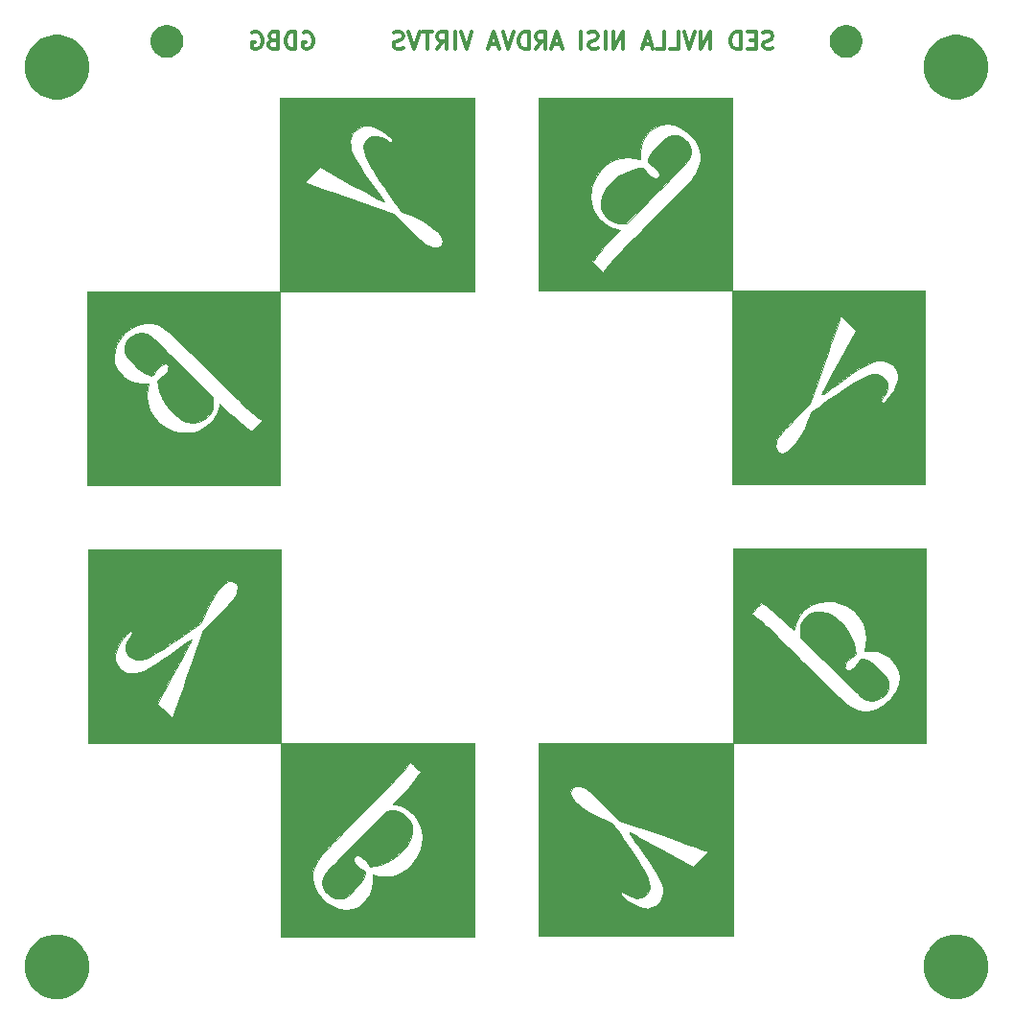
<source format=gbs>
%MOIN*%
%OFA0B0*%
%FSLAX46Y46*%
%IPPOS*%
%LPD*%
%ADD10C,0.00039370078740157485*%
%ADD11C,0.0039370078740157488*%
%ADD22C,0.00039370078740157485*%
%ADD23C,0.0039370078740157488*%
%ADD24C,0.00039370078740157485*%
%ADD25C,0.0039370078740157488*%
%ADD26C,0.00039370078740157485*%
%ADD27C,0.0039370078740157488*%
%ADD28C,0.011811023622047244*%
%ADD29C,0.0039370078740157488*%
D10*
G36*
X0000648109Y0002580261D02*
G01*
X0000641402Y0002563909D01*
X0000641038Y0002545642D01*
X0000641706Y0002541812D01*
X0000643402Y0002534684D01*
X0000645792Y0002528704D01*
X0000649799Y0002522572D01*
X0000656342Y0002514989D01*
X0000666343Y0002504653D01*
X0000672189Y0002498786D01*
X0000684802Y0002486417D01*
X0000694338Y0002477857D01*
X0000702247Y0002472016D01*
X0000709975Y0002467808D01*
X0000717691Y0002464625D01*
X0000728328Y0002461013D01*
X0000734636Y0002460240D01*
X0000738294Y0002462261D01*
X0000739501Y0002464028D01*
X0000743614Y0002470276D01*
X0000750071Y0002479143D01*
X0000753890Y0002484122D01*
X0000763632Y0002493930D01*
X0000773435Y0002499503D01*
X0000782180Y0002500878D01*
X0000788751Y0002498090D01*
X0000792028Y0002491174D01*
X0000791574Y0002482918D01*
X0000789186Y0002476230D01*
X0000784165Y0002469451D01*
X0000775246Y0002460989D01*
X0000771791Y0002458027D01*
X0000754071Y0002443050D01*
X0000755576Y0002427432D01*
X0000760216Y0002406199D01*
X0000769603Y0002383416D01*
X0000782679Y0002360815D01*
X0000798388Y0002340126D01*
X0000815672Y0002323081D01*
X0000822462Y0002317899D01*
X0000834564Y0002310280D01*
X0000847216Y0002303600D01*
X0000854646Y0002300447D01*
X0000875825Y0002296173D01*
X0000896170Y0002298153D01*
X0000914701Y0002305975D01*
X0000930436Y0002319228D01*
X0000942234Y0002337164D01*
X0000945678Y0002348123D01*
X0000947582Y0002361637D01*
X0000947724Y0002368429D01*
X0000947121Y0002386931D01*
X0000838615Y0002494037D01*
X0000812937Y0002519362D01*
X0000791532Y0002540405D01*
X0000773946Y0002557582D01*
X0000759722Y0002571311D01*
X0000748404Y0002582007D01*
X0000739538Y0002590089D01*
X0000732668Y0002595974D01*
X0000727339Y0002600077D01*
X0000723095Y0002602816D01*
X0000719480Y0002604608D01*
X0000716680Y0002605659D01*
X0000697486Y0002608888D01*
X0000679180Y0002605567D01*
X0000662327Y0002595808D01*
X0000661235Y0002594902D01*
X0000648109Y0002580261D01*
G37*
X0000648109Y0002580261D02*
X0000641402Y0002563909D01*
X0000641038Y0002545642D01*
X0000641706Y0002541812D01*
X0000643402Y0002534684D01*
X0000645792Y0002528704D01*
X0000649799Y0002522572D01*
X0000656342Y0002514989D01*
X0000666343Y0002504653D01*
X0000672189Y0002498786D01*
X0000684802Y0002486417D01*
X0000694338Y0002477857D01*
X0000702247Y0002472016D01*
X0000709975Y0002467808D01*
X0000717691Y0002464625D01*
X0000728328Y0002461013D01*
X0000734636Y0002460240D01*
X0000738294Y0002462261D01*
X0000739501Y0002464028D01*
X0000743614Y0002470276D01*
X0000750071Y0002479143D01*
X0000753890Y0002484122D01*
X0000763632Y0002493930D01*
X0000773435Y0002499503D01*
X0000782180Y0002500878D01*
X0000788751Y0002498090D01*
X0000792028Y0002491174D01*
X0000791574Y0002482918D01*
X0000789186Y0002476230D01*
X0000784165Y0002469451D01*
X0000775246Y0002460989D01*
X0000771791Y0002458027D01*
X0000754071Y0002443050D01*
X0000755576Y0002427432D01*
X0000760216Y0002406199D01*
X0000769603Y0002383416D01*
X0000782679Y0002360815D01*
X0000798388Y0002340126D01*
X0000815672Y0002323081D01*
X0000822462Y0002317899D01*
X0000834564Y0002310280D01*
X0000847216Y0002303600D01*
X0000854646Y0002300447D01*
X0000875825Y0002296173D01*
X0000896170Y0002298153D01*
X0000914701Y0002305975D01*
X0000930436Y0002319228D01*
X0000942234Y0002337164D01*
X0000945678Y0002348123D01*
X0000947582Y0002361637D01*
X0000947724Y0002368429D01*
X0000947121Y0002386931D01*
X0000838615Y0002494037D01*
X0000812937Y0002519362D01*
X0000791532Y0002540405D01*
X0000773946Y0002557582D01*
X0000759722Y0002571311D01*
X0000748404Y0002582007D01*
X0000739538Y0002590089D01*
X0000732668Y0002595974D01*
X0000727339Y0002600077D01*
X0000723095Y0002602816D01*
X0000719480Y0002604608D01*
X0000716680Y0002605659D01*
X0000697486Y0002608888D01*
X0000679180Y0002605567D01*
X0000662327Y0002595808D01*
X0000661235Y0002594902D01*
X0000648109Y0002580261D01*
G36*
X0000509731Y0002416109D02*
G01*
X0000509731Y0002079051D01*
X0000845610Y0002079063D01*
X0001181490Y0002079076D01*
X0001181480Y0002371947D01*
X0001115610Y0002306078D01*
X0001116209Y0002303524D01*
X0001113772Y0002299514D01*
X0001107672Y0002292873D01*
X0001100457Y0002285600D01*
X0001081808Y0002266950D01*
X0001064352Y0002278957D01*
X0001055633Y0002285557D01*
X0001043464Y0002295585D01*
X0001029219Y0002307869D01*
X0001014274Y0002321238D01*
X0001008304Y0002326723D01*
X0000969712Y0002362482D01*
X0000968428Y0002353866D01*
X0000961832Y0002331213D01*
X0000949482Y0002309864D01*
X0000932289Y0002290941D01*
X0000911162Y0002275567D01*
X0000900414Y0002270014D01*
X0000878752Y0002263271D01*
X0000854293Y0002260839D01*
X0000829394Y0002262798D01*
X0000812391Y0002267014D01*
X0000784483Y0002279320D01*
X0000760893Y0002295839D01*
X0000742019Y0002315930D01*
X0000728262Y0002338949D01*
X0000720022Y0002364255D01*
X0000717700Y0002391205D01*
X0000720550Y0002414344D01*
X0000724596Y0002432882D01*
X0000699866Y0002433277D01*
X0000676789Y0002435775D01*
X0000656856Y0002442964D01*
X0000638359Y0002455593D01*
X0000628977Y0002464319D01*
X0000613757Y0002483844D01*
X0000604743Y0002505122D01*
X0000601890Y0002527588D01*
X0000605152Y0002550678D01*
X0000614484Y0002573828D01*
X0000629841Y0002596476D01*
X0000640541Y0002608215D01*
X0000661775Y0002625927D01*
X0000684182Y0002637460D01*
X0000708710Y0002643299D01*
X0000709278Y0002643367D01*
X0000730931Y0002643376D01*
X0000752017Y0002637956D01*
X0000773569Y0002626761D01*
X0000786891Y0002617330D01*
X0000792946Y0002612129D01*
X0000803192Y0002602690D01*
X0000817124Y0002589503D01*
X0000834233Y0002573062D01*
X0000854013Y0002553856D01*
X0000875958Y0002532378D01*
X0000899560Y0002509118D01*
X0000924311Y0002484567D01*
X0000938650Y0002470274D01*
X0000969545Y0002439478D01*
X0000996200Y0002413052D01*
X0001019036Y0002390600D01*
X0001038478Y0002371730D01*
X0001054949Y0002356046D01*
X0001068872Y0002343156D01*
X0001080669Y0002332666D01*
X0001090765Y0002324180D01*
X0001099583Y0002317306D01*
X0001107546Y0002311649D01*
X0001112602Y0002308350D01*
X0001115610Y0002306078D01*
X0001181480Y0002371947D01*
X0001181478Y0002416122D01*
X0001181466Y0002753168D01*
X0000509731Y0002753168D01*
X0000509731Y0002416109D01*
G37*
X0000509731Y0002416109D02*
X0000509731Y0002079051D01*
X0000845610Y0002079063D01*
X0001181490Y0002079076D01*
X0001181480Y0002371947D01*
X0001115610Y0002306078D01*
X0001116209Y0002303524D01*
X0001113772Y0002299514D01*
X0001107672Y0002292873D01*
X0001100457Y0002285600D01*
X0001081808Y0002266950D01*
X0001064352Y0002278957D01*
X0001055633Y0002285557D01*
X0001043464Y0002295585D01*
X0001029219Y0002307869D01*
X0001014274Y0002321238D01*
X0001008304Y0002326723D01*
X0000969712Y0002362482D01*
X0000968428Y0002353866D01*
X0000961832Y0002331213D01*
X0000949482Y0002309864D01*
X0000932289Y0002290941D01*
X0000911162Y0002275567D01*
X0000900414Y0002270014D01*
X0000878752Y0002263271D01*
X0000854293Y0002260839D01*
X0000829394Y0002262798D01*
X0000812391Y0002267014D01*
X0000784483Y0002279320D01*
X0000760893Y0002295839D01*
X0000742019Y0002315930D01*
X0000728262Y0002338949D01*
X0000720022Y0002364255D01*
X0000717700Y0002391205D01*
X0000720550Y0002414344D01*
X0000724596Y0002432882D01*
X0000699866Y0002433277D01*
X0000676789Y0002435775D01*
X0000656856Y0002442964D01*
X0000638359Y0002455593D01*
X0000628977Y0002464319D01*
X0000613757Y0002483844D01*
X0000604743Y0002505122D01*
X0000601890Y0002527588D01*
X0000605152Y0002550678D01*
X0000614484Y0002573828D01*
X0000629841Y0002596476D01*
X0000640541Y0002608215D01*
X0000661775Y0002625927D01*
X0000684182Y0002637460D01*
X0000708710Y0002643299D01*
X0000709278Y0002643367D01*
X0000730931Y0002643376D01*
X0000752017Y0002637956D01*
X0000773569Y0002626761D01*
X0000786891Y0002617330D01*
X0000792946Y0002612129D01*
X0000803192Y0002602690D01*
X0000817124Y0002589503D01*
X0000834233Y0002573062D01*
X0000854013Y0002553856D01*
X0000875958Y0002532378D01*
X0000899560Y0002509118D01*
X0000924311Y0002484567D01*
X0000938650Y0002470274D01*
X0000969545Y0002439478D01*
X0000996200Y0002413052D01*
X0001019036Y0002390600D01*
X0001038478Y0002371730D01*
X0001054949Y0002356046D01*
X0001068872Y0002343156D01*
X0001080669Y0002332666D01*
X0001090765Y0002324180D01*
X0001099583Y0002317306D01*
X0001107546Y0002311649D01*
X0001112602Y0002308350D01*
X0001115610Y0002306078D01*
X0001181480Y0002371947D01*
X0001181478Y0002416122D01*
X0001181466Y0002753168D01*
X0000509731Y0002753168D01*
X0000509731Y0002416109D01*
G36*
X0001181482Y0002753176D02*
G01*
X0001855599Y0002753176D01*
X0001855586Y0003089056D01*
X0001855574Y0003424936D01*
X0001700895Y0003424930D01*
X0001563749Y0003287783D01*
X0001569892Y0003280920D01*
X0001571467Y0003276500D01*
X0001569476Y0003273163D01*
X0001565453Y0003271250D01*
X0001559677Y0003273186D01*
X0001552218Y0003278186D01*
X0001533717Y0003289164D01*
X0001516579Y0003293861D01*
X0001501057Y0003292281D01*
X0001487405Y0003284425D01*
X0001480926Y0003277608D01*
X0001474244Y0003266701D01*
X0001471351Y0003254798D01*
X0001472382Y0003241026D01*
X0001477469Y0003224510D01*
X0001486746Y0003204375D01*
X0001494225Y0003190470D01*
X0001502494Y0003176459D01*
X0001513897Y0003158270D01*
X0001527634Y0003137106D01*
X0001542906Y0003114172D01*
X0001558912Y0003090671D01*
X0001574855Y0003067809D01*
X0001586242Y0003051870D01*
X0001602069Y0003029985D01*
X0001632433Y0003017922D01*
X0001661970Y0003005081D01*
X0001686676Y0002991642D01*
X0001708359Y0002976427D01*
X0001728828Y0002958255D01*
X0001737463Y0002949496D01*
X0001744732Y0002938230D01*
X0001746585Y0002926683D01*
X0001743595Y0002916268D01*
X0001736336Y0002908393D01*
X0001725384Y0002904471D01*
X0001719106Y0002904395D01*
X0001710757Y0002905491D01*
X0001702993Y0002907617D01*
X0001695058Y0002911325D01*
X0001686196Y0002917166D01*
X0001675652Y0002925693D01*
X0001662670Y0002937457D01*
X0001646495Y0002953012D01*
X0001629293Y0002969999D01*
X0001576104Y0003022876D01*
X0001453902Y0003065666D01*
X0001425230Y0003075715D01*
X0001397224Y0003085550D01*
X0001370820Y0003094840D01*
X0001346951Y0003103255D01*
X0001326549Y0003110468D01*
X0001310549Y0003116149D01*
X0001299885Y0003119969D01*
X0001299682Y0003120042D01*
X0001267664Y0003131628D01*
X0001320650Y0003184615D01*
X0001424640Y0003127149D01*
X0001449104Y0003113661D01*
X0001472051Y0003101067D01*
X0001492747Y0003089765D01*
X0001510458Y0003080155D01*
X0001524448Y0003072636D01*
X0001533983Y0003067606D01*
X0001538082Y0003065566D01*
X0001540993Y0003064645D01*
X0001541966Y0003065565D01*
X0001540635Y0003068938D01*
X0001536632Y0003075379D01*
X0001529587Y0003085499D01*
X0001519133Y0003099914D01*
X0001510081Y0003112223D01*
X0001489879Y0003140257D01*
X0001471706Y0003166765D01*
X0001456008Y0003191028D01*
X0001443235Y0003212330D01*
X0001433833Y0003229954D01*
X0001428250Y0003243183D01*
X0001428220Y0003243277D01*
X0001425153Y0003258324D01*
X0001424789Y0003274291D01*
X0001427016Y0003288631D01*
X0001430614Y0003297261D01*
X0001435010Y0003304309D01*
X0001437502Y0003308561D01*
X0001442687Y0003313822D01*
X0001451891Y0003319841D01*
X0001462786Y0003325336D01*
X0001473046Y0003329024D01*
X0001475644Y0003329584D01*
X0001490411Y0003329253D01*
X0001507899Y0003324348D01*
X0001526705Y0003315538D01*
X0001545427Y0003303486D01*
X0001562661Y0003288860D01*
X0001563749Y0003287783D01*
X0001700895Y0003424930D01*
X0001518528Y0003424923D01*
X0001181482Y0003424911D01*
X0001181482Y0002753176D01*
G37*
X0001181482Y0002753176D02*
X0001855599Y0002753176D01*
X0001855586Y0003089056D01*
X0001855574Y0003424936D01*
X0001700895Y0003424930D01*
X0001563749Y0003287783D01*
X0001569892Y0003280920D01*
X0001571467Y0003276500D01*
X0001569476Y0003273163D01*
X0001565453Y0003271250D01*
X0001559677Y0003273186D01*
X0001552218Y0003278186D01*
X0001533717Y0003289164D01*
X0001516579Y0003293861D01*
X0001501057Y0003292281D01*
X0001487405Y0003284425D01*
X0001480926Y0003277608D01*
X0001474244Y0003266701D01*
X0001471351Y0003254798D01*
X0001472382Y0003241026D01*
X0001477469Y0003224510D01*
X0001486746Y0003204375D01*
X0001494225Y0003190470D01*
X0001502494Y0003176459D01*
X0001513897Y0003158270D01*
X0001527634Y0003137106D01*
X0001542906Y0003114172D01*
X0001558912Y0003090671D01*
X0001574855Y0003067809D01*
X0001586242Y0003051870D01*
X0001602069Y0003029985D01*
X0001632433Y0003017922D01*
X0001661970Y0003005081D01*
X0001686676Y0002991642D01*
X0001708359Y0002976427D01*
X0001728828Y0002958255D01*
X0001737463Y0002949496D01*
X0001744732Y0002938230D01*
X0001746585Y0002926683D01*
X0001743595Y0002916268D01*
X0001736336Y0002908393D01*
X0001725384Y0002904471D01*
X0001719106Y0002904395D01*
X0001710757Y0002905491D01*
X0001702993Y0002907617D01*
X0001695058Y0002911325D01*
X0001686196Y0002917166D01*
X0001675652Y0002925693D01*
X0001662670Y0002937457D01*
X0001646495Y0002953012D01*
X0001629293Y0002969999D01*
X0001576104Y0003022876D01*
X0001453902Y0003065666D01*
X0001425230Y0003075715D01*
X0001397224Y0003085550D01*
X0001370820Y0003094840D01*
X0001346951Y0003103255D01*
X0001326549Y0003110468D01*
X0001310549Y0003116149D01*
X0001299885Y0003119969D01*
X0001299682Y0003120042D01*
X0001267664Y0003131628D01*
X0001320650Y0003184615D01*
X0001424640Y0003127149D01*
X0001449104Y0003113661D01*
X0001472051Y0003101067D01*
X0001492747Y0003089765D01*
X0001510458Y0003080155D01*
X0001524448Y0003072636D01*
X0001533983Y0003067606D01*
X0001538082Y0003065566D01*
X0001540993Y0003064645D01*
X0001541966Y0003065565D01*
X0001540635Y0003068938D01*
X0001536632Y0003075379D01*
X0001529587Y0003085499D01*
X0001519133Y0003099914D01*
X0001510081Y0003112223D01*
X0001489879Y0003140257D01*
X0001471706Y0003166765D01*
X0001456008Y0003191028D01*
X0001443235Y0003212330D01*
X0001433833Y0003229954D01*
X0001428250Y0003243183D01*
X0001428220Y0003243277D01*
X0001425153Y0003258324D01*
X0001424789Y0003274291D01*
X0001427016Y0003288631D01*
X0001430614Y0003297261D01*
X0001435010Y0003304309D01*
X0001437502Y0003308561D01*
X0001442687Y0003313822D01*
X0001451891Y0003319841D01*
X0001462786Y0003325336D01*
X0001473046Y0003329024D01*
X0001475644Y0003329584D01*
X0001490411Y0003329253D01*
X0001507899Y0003324348D01*
X0001526705Y0003315538D01*
X0001545427Y0003303486D01*
X0001562661Y0003288860D01*
X0001563749Y0003287783D01*
X0001700895Y0003424930D01*
X0001518528Y0003424923D01*
X0001181482Y0003424911D01*
X0001181482Y0002753176D01*
D11*
G36*
X0000351672Y0003631637D02*
G01*
X0000372099Y0003640098D01*
X0000393784Y0003644412D01*
X0000415894Y0003644412D01*
X0000437579Y0003640098D01*
X0000458007Y0003631637D01*
X0000476390Y0003619354D01*
X0000492025Y0003603719D01*
X0000504308Y0003585335D01*
X0000512770Y0003564908D01*
X0000517083Y0003543223D01*
X0000517083Y0003521113D01*
X0000512770Y0003499427D01*
X0000504308Y0003479000D01*
X0000498167Y0003469808D01*
X0000492025Y0003460616D01*
X0000476390Y0003444982D01*
X0000467199Y0003438840D01*
X0000458007Y0003432698D01*
X0000437579Y0003424237D01*
X0000415894Y0003419924D01*
X0000393784Y0003419924D01*
X0000372099Y0003424237D01*
X0000351672Y0003432698D01*
X0000333288Y0003444982D01*
X0000317653Y0003460616D01*
X0000305370Y0003479000D01*
X0000296908Y0003499427D01*
X0000292595Y0003521113D01*
X0000292595Y0003543223D01*
X0000296908Y0003564908D01*
X0000305370Y0003585335D01*
X0000317653Y0003603719D01*
X0000333288Y0003619354D01*
X0000351672Y0003631637D01*
G37*
G04 next file*
G04 #@! TF.GenerationSoftware,KiCad,Pcbnew,(5.1.5)-3*
G04 #@! TF.CreationDate,2019-12-21T12:13:31-08:00*
G04 #@! TF.ProjectId,mole-diamond-keychain,6d6f6c65-2d64-4696-916d-6f6e642d6b65,A*
G04 #@! TF.SameCoordinates,Original*
G04 #@! TF.FileFunction,Soldermask,Bot*
G04 #@! TF.FilePolarity,Negative*
G04 Gerber Fmt 4.6, Leading zero omitted, Abs format (unit mm)*
G04 Created by KiCad (PCBNEW (5.1.5)-3) date 2019-12-21 12:13:31*
G04 APERTURE LIST*
G04 APERTURE END LIST*
D22*
G36*
X0001356746Y0000648109D02*
G01*
X0001373098Y0000641402D01*
X0001391365Y0000641038D01*
X0001395195Y0000641706D01*
X0001402323Y0000643402D01*
X0001408303Y0000645792D01*
X0001414434Y0000649799D01*
X0001422018Y0000656342D01*
X0001432354Y0000666343D01*
X0001438221Y0000672189D01*
X0001450589Y0000684802D01*
X0001459150Y0000694338D01*
X0001464990Y0000702247D01*
X0001469199Y0000709975D01*
X0001472382Y0000717691D01*
X0001475994Y0000728328D01*
X0001476766Y0000734636D01*
X0001474746Y0000738294D01*
X0001472979Y0000739501D01*
X0001466730Y0000743614D01*
X0001457864Y0000750071D01*
X0001452885Y0000753890D01*
X0001443077Y0000763632D01*
X0001437504Y0000773435D01*
X0001436129Y0000782180D01*
X0001438917Y0000788751D01*
X0001445833Y0000792028D01*
X0001454089Y0000791574D01*
X0001460777Y0000789186D01*
X0001467556Y0000784165D01*
X0001476018Y0000775246D01*
X0001478979Y0000771791D01*
X0001493957Y0000754071D01*
X0001509575Y0000755576D01*
X0001530808Y0000760216D01*
X0001553590Y0000769603D01*
X0001576192Y0000782679D01*
X0001596881Y0000798388D01*
X0001613926Y0000815672D01*
X0001619108Y0000822462D01*
X0001626727Y0000834564D01*
X0001633407Y0000847216D01*
X0001636560Y0000854646D01*
X0001640834Y0000875825D01*
X0001638854Y0000896170D01*
X0001631032Y0000914701D01*
X0001617779Y0000930436D01*
X0001599843Y0000942234D01*
X0001588884Y0000945678D01*
X0001575370Y0000947582D01*
X0001568578Y0000947724D01*
X0001550076Y0000947121D01*
X0001442970Y0000838615D01*
X0001417645Y0000812937D01*
X0001396602Y0000791532D01*
X0001379425Y0000773946D01*
X0001365696Y0000759722D01*
X0001354999Y0000748404D01*
X0001346917Y0000739538D01*
X0001341033Y0000732668D01*
X0001336930Y0000727339D01*
X0001334191Y0000723095D01*
X0001332398Y0000719480D01*
X0001331348Y0000716680D01*
X0001328119Y0000697486D01*
X0001331440Y0000679180D01*
X0001341199Y0000662327D01*
X0001342105Y0000661235D01*
X0001356746Y0000648109D01*
G37*
X0001356746Y0000648109D02*
X0001373098Y0000641402D01*
X0001391365Y0000641038D01*
X0001395195Y0000641706D01*
X0001402323Y0000643402D01*
X0001408303Y0000645792D01*
X0001414434Y0000649799D01*
X0001422018Y0000656342D01*
X0001432354Y0000666343D01*
X0001438221Y0000672189D01*
X0001450589Y0000684802D01*
X0001459150Y0000694338D01*
X0001464990Y0000702247D01*
X0001469199Y0000709975D01*
X0001472382Y0000717691D01*
X0001475994Y0000728328D01*
X0001476766Y0000734636D01*
X0001474746Y0000738294D01*
X0001472979Y0000739501D01*
X0001466730Y0000743614D01*
X0001457864Y0000750071D01*
X0001452885Y0000753890D01*
X0001443077Y0000763632D01*
X0001437504Y0000773435D01*
X0001436129Y0000782180D01*
X0001438917Y0000788751D01*
X0001445833Y0000792028D01*
X0001454089Y0000791574D01*
X0001460777Y0000789186D01*
X0001467556Y0000784165D01*
X0001476018Y0000775246D01*
X0001478979Y0000771791D01*
X0001493957Y0000754071D01*
X0001509575Y0000755576D01*
X0001530808Y0000760216D01*
X0001553590Y0000769603D01*
X0001576192Y0000782679D01*
X0001596881Y0000798388D01*
X0001613926Y0000815672D01*
X0001619108Y0000822462D01*
X0001626727Y0000834564D01*
X0001633407Y0000847216D01*
X0001636560Y0000854646D01*
X0001640834Y0000875825D01*
X0001638854Y0000896170D01*
X0001631032Y0000914701D01*
X0001617779Y0000930436D01*
X0001599843Y0000942234D01*
X0001588884Y0000945678D01*
X0001575370Y0000947582D01*
X0001568578Y0000947724D01*
X0001550076Y0000947121D01*
X0001442970Y0000838615D01*
X0001417645Y0000812937D01*
X0001396602Y0000791532D01*
X0001379425Y0000773946D01*
X0001365696Y0000759722D01*
X0001354999Y0000748404D01*
X0001346917Y0000739538D01*
X0001341033Y0000732668D01*
X0001336930Y0000727339D01*
X0001334191Y0000723095D01*
X0001332398Y0000719480D01*
X0001331348Y0000716680D01*
X0001328119Y0000697486D01*
X0001331440Y0000679180D01*
X0001341199Y0000662327D01*
X0001342105Y0000661235D01*
X0001356746Y0000648109D01*
G36*
X0001520897Y0000509731D02*
G01*
X0001857956Y0000509731D01*
X0001857943Y0000845610D01*
X0001857931Y0001181490D01*
X0001565059Y0001181480D01*
X0001630929Y0001115610D01*
X0001633483Y0001116209D01*
X0001637493Y0001113772D01*
X0001644134Y0001107672D01*
X0001651407Y0001100457D01*
X0001670056Y0001081808D01*
X0001658050Y0001064352D01*
X0001651450Y0001055633D01*
X0001641422Y0001043464D01*
X0001629138Y0001029219D01*
X0001615769Y0001014274D01*
X0001610284Y0001008304D01*
X0001574525Y0000969712D01*
X0001583140Y0000968428D01*
X0001605794Y0000961832D01*
X0001627143Y0000949482D01*
X0001646066Y0000932289D01*
X0001661440Y0000911162D01*
X0001666993Y0000900414D01*
X0001673736Y0000878752D01*
X0001676168Y0000854293D01*
X0001674209Y0000829394D01*
X0001669993Y0000812391D01*
X0001657687Y0000784483D01*
X0001641168Y0000760893D01*
X0001621077Y0000742019D01*
X0001598058Y0000728262D01*
X0001572752Y0000720022D01*
X0001545802Y0000717700D01*
X0001522663Y0000720550D01*
X0001504125Y0000724596D01*
X0001503730Y0000699866D01*
X0001501232Y0000676789D01*
X0001494043Y0000656856D01*
X0001481414Y0000638359D01*
X0001472688Y0000628977D01*
X0001453162Y0000613757D01*
X0001431885Y0000604743D01*
X0001409419Y0000601890D01*
X0001386329Y0000605152D01*
X0001363178Y0000614484D01*
X0001340531Y0000629841D01*
X0001328792Y0000640541D01*
X0001311080Y0000661775D01*
X0001299547Y0000684182D01*
X0001293708Y0000708710D01*
X0001293640Y0000709278D01*
X0001293631Y0000730931D01*
X0001299051Y0000752017D01*
X0001310246Y0000773569D01*
X0001319677Y0000786891D01*
X0001324878Y0000792946D01*
X0001334317Y0000803192D01*
X0001347503Y0000817124D01*
X0001363945Y0000834233D01*
X0001383150Y0000854013D01*
X0001404629Y0000875958D01*
X0001427889Y0000899560D01*
X0001452440Y0000924311D01*
X0001466733Y0000938650D01*
X0001497529Y0000969545D01*
X0001523955Y0000996200D01*
X0001546407Y0001019036D01*
X0001565277Y0001038478D01*
X0001580960Y0001054949D01*
X0001593850Y0001068872D01*
X0001604341Y0001080669D01*
X0001612827Y0001090765D01*
X0001619701Y0001099583D01*
X0001625358Y0001107546D01*
X0001628656Y0001112602D01*
X0001630929Y0001115610D01*
X0001565059Y0001181480D01*
X0001520885Y0001181478D01*
X0001183839Y0001181466D01*
X0001183839Y0000509731D01*
X0001520897Y0000509731D01*
G37*
X0001520897Y0000509731D02*
X0001857956Y0000509731D01*
X0001857943Y0000845610D01*
X0001857931Y0001181490D01*
X0001565059Y0001181480D01*
X0001630929Y0001115610D01*
X0001633483Y0001116209D01*
X0001637493Y0001113772D01*
X0001644134Y0001107672D01*
X0001651407Y0001100457D01*
X0001670056Y0001081808D01*
X0001658050Y0001064352D01*
X0001651450Y0001055633D01*
X0001641422Y0001043464D01*
X0001629138Y0001029219D01*
X0001615769Y0001014274D01*
X0001610284Y0001008304D01*
X0001574525Y0000969712D01*
X0001583140Y0000968428D01*
X0001605794Y0000961832D01*
X0001627143Y0000949482D01*
X0001646066Y0000932289D01*
X0001661440Y0000911162D01*
X0001666993Y0000900414D01*
X0001673736Y0000878752D01*
X0001676168Y0000854293D01*
X0001674209Y0000829394D01*
X0001669993Y0000812391D01*
X0001657687Y0000784483D01*
X0001641168Y0000760893D01*
X0001621077Y0000742019D01*
X0001598058Y0000728262D01*
X0001572752Y0000720022D01*
X0001545802Y0000717700D01*
X0001522663Y0000720550D01*
X0001504125Y0000724596D01*
X0001503730Y0000699866D01*
X0001501232Y0000676789D01*
X0001494043Y0000656856D01*
X0001481414Y0000638359D01*
X0001472688Y0000628977D01*
X0001453162Y0000613757D01*
X0001431885Y0000604743D01*
X0001409419Y0000601890D01*
X0001386329Y0000605152D01*
X0001363178Y0000614484D01*
X0001340531Y0000629841D01*
X0001328792Y0000640541D01*
X0001311080Y0000661775D01*
X0001299547Y0000684182D01*
X0001293708Y0000708710D01*
X0001293640Y0000709278D01*
X0001293631Y0000730931D01*
X0001299051Y0000752017D01*
X0001310246Y0000773569D01*
X0001319677Y0000786891D01*
X0001324878Y0000792946D01*
X0001334317Y0000803192D01*
X0001347503Y0000817124D01*
X0001363945Y0000834233D01*
X0001383150Y0000854013D01*
X0001404629Y0000875958D01*
X0001427889Y0000899560D01*
X0001452440Y0000924311D01*
X0001466733Y0000938650D01*
X0001497529Y0000969545D01*
X0001523955Y0000996200D01*
X0001546407Y0001019036D01*
X0001565277Y0001038478D01*
X0001580960Y0001054949D01*
X0001593850Y0001068872D01*
X0001604341Y0001080669D01*
X0001612827Y0001090765D01*
X0001619701Y0001099583D01*
X0001625358Y0001107546D01*
X0001628656Y0001112602D01*
X0001630929Y0001115610D01*
X0001565059Y0001181480D01*
X0001520885Y0001181478D01*
X0001183839Y0001181466D01*
X0001183839Y0000509731D01*
X0001520897Y0000509731D01*
G36*
X0001183831Y0001181482D02*
G01*
X0001183831Y0001855599D01*
X0000847951Y0001855586D01*
X0000512071Y0001855574D01*
X0000512077Y0001700895D01*
X0000649224Y0001563749D01*
X0000656087Y0001569892D01*
X0000660507Y0001571467D01*
X0000663844Y0001569476D01*
X0000665757Y0001565453D01*
X0000663821Y0001559677D01*
X0000658820Y0001552218D01*
X0000647843Y0001533717D01*
X0000643145Y0001516579D01*
X0000644726Y0001501057D01*
X0000652582Y0001487405D01*
X0000659399Y0001480926D01*
X0000670306Y0001474244D01*
X0000682208Y0001471351D01*
X0000695981Y0001472382D01*
X0000712497Y0001477469D01*
X0000732632Y0001486746D01*
X0000746537Y0001494225D01*
X0000760548Y0001502494D01*
X0000778737Y0001513897D01*
X0000799901Y0001527634D01*
X0000822835Y0001542906D01*
X0000846336Y0001558912D01*
X0000869198Y0001574855D01*
X0000885137Y0001586242D01*
X0000907022Y0001602069D01*
X0000919085Y0001632433D01*
X0000931926Y0001661970D01*
X0000945365Y0001686676D01*
X0000960580Y0001708359D01*
X0000978752Y0001728828D01*
X0000987511Y0001737463D01*
X0000998777Y0001744732D01*
X0001010323Y0001746585D01*
X0001020739Y0001743595D01*
X0001028614Y0001736336D01*
X0001032536Y0001725384D01*
X0001032612Y0001719106D01*
X0001031516Y0001710757D01*
X0001029390Y0001702993D01*
X0001025682Y0001695058D01*
X0001019841Y0001686196D01*
X0001011314Y0001675652D01*
X0000999549Y0001662670D01*
X0000983995Y0001646495D01*
X0000967008Y0001629293D01*
X0000914131Y0001576104D01*
X0000871341Y0001453902D01*
X0000861291Y0001425230D01*
X0000851457Y0001397224D01*
X0000842167Y0001370820D01*
X0000833751Y0001346951D01*
X0000826538Y0001326549D01*
X0000820858Y0001310549D01*
X0000817038Y0001299885D01*
X0000816965Y0001299682D01*
X0000805378Y0001267664D01*
X0000752392Y0001320650D01*
X0000809858Y0001424640D01*
X0000823346Y0001449104D01*
X0000835940Y0001472051D01*
X0000847242Y0001492747D01*
X0000856851Y0001510458D01*
X0000864371Y0001524448D01*
X0000869401Y0001533983D01*
X0000871441Y0001538082D01*
X0000872362Y0001540993D01*
X0000871442Y0001541966D01*
X0000868069Y0001540635D01*
X0000861628Y0001536632D01*
X0000851507Y0001529587D01*
X0000837093Y0001519133D01*
X0000824784Y0001510081D01*
X0000796750Y0001489879D01*
X0000770242Y0001471706D01*
X0000745979Y0001456008D01*
X0000724677Y0001443235D01*
X0000707053Y0001433833D01*
X0000693824Y0001428250D01*
X0000693730Y0001428220D01*
X0000678683Y0001425153D01*
X0000662716Y0001424789D01*
X0000648376Y0001427016D01*
X0000639746Y0001430614D01*
X0000632698Y0001435010D01*
X0000628446Y0001437502D01*
X0000623185Y0001442687D01*
X0000617166Y0001451891D01*
X0000611671Y0001462786D01*
X0000607983Y0001473046D01*
X0000607422Y0001475644D01*
X0000607754Y0001490411D01*
X0000612658Y0001507899D01*
X0000621469Y0001526705D01*
X0000633520Y0001545427D01*
X0000648147Y0001562661D01*
X0000649224Y0001563749D01*
X0000512077Y0001700895D01*
X0000512084Y0001518528D01*
X0000512096Y0001181482D01*
X0001183831Y0001181482D01*
G37*
X0001183831Y0001181482D02*
X0001183831Y0001855599D01*
X0000847951Y0001855586D01*
X0000512071Y0001855574D01*
X0000512077Y0001700895D01*
X0000649224Y0001563749D01*
X0000656087Y0001569892D01*
X0000660507Y0001571467D01*
X0000663844Y0001569476D01*
X0000665757Y0001565453D01*
X0000663821Y0001559677D01*
X0000658820Y0001552218D01*
X0000647843Y0001533717D01*
X0000643145Y0001516579D01*
X0000644726Y0001501057D01*
X0000652582Y0001487405D01*
X0000659399Y0001480926D01*
X0000670306Y0001474244D01*
X0000682208Y0001471351D01*
X0000695981Y0001472382D01*
X0000712497Y0001477469D01*
X0000732632Y0001486746D01*
X0000746537Y0001494225D01*
X0000760548Y0001502494D01*
X0000778737Y0001513897D01*
X0000799901Y0001527634D01*
X0000822835Y0001542906D01*
X0000846336Y0001558912D01*
X0000869198Y0001574855D01*
X0000885137Y0001586242D01*
X0000907022Y0001602069D01*
X0000919085Y0001632433D01*
X0000931926Y0001661970D01*
X0000945365Y0001686676D01*
X0000960580Y0001708359D01*
X0000978752Y0001728828D01*
X0000987511Y0001737463D01*
X0000998777Y0001744732D01*
X0001010323Y0001746585D01*
X0001020739Y0001743595D01*
X0001028614Y0001736336D01*
X0001032536Y0001725384D01*
X0001032612Y0001719106D01*
X0001031516Y0001710757D01*
X0001029390Y0001702993D01*
X0001025682Y0001695058D01*
X0001019841Y0001686196D01*
X0001011314Y0001675652D01*
X0000999549Y0001662670D01*
X0000983995Y0001646495D01*
X0000967008Y0001629293D01*
X0000914131Y0001576104D01*
X0000871341Y0001453902D01*
X0000861291Y0001425230D01*
X0000851457Y0001397224D01*
X0000842167Y0001370820D01*
X0000833751Y0001346951D01*
X0000826538Y0001326549D01*
X0000820858Y0001310549D01*
X0000817038Y0001299885D01*
X0000816965Y0001299682D01*
X0000805378Y0001267664D01*
X0000752392Y0001320650D01*
X0000809858Y0001424640D01*
X0000823346Y0001449104D01*
X0000835940Y0001472051D01*
X0000847242Y0001492747D01*
X0000856851Y0001510458D01*
X0000864371Y0001524448D01*
X0000869401Y0001533983D01*
X0000871441Y0001538082D01*
X0000872362Y0001540993D01*
X0000871442Y0001541966D01*
X0000868069Y0001540635D01*
X0000861628Y0001536632D01*
X0000851507Y0001529587D01*
X0000837093Y0001519133D01*
X0000824784Y0001510081D01*
X0000796750Y0001489879D01*
X0000770242Y0001471706D01*
X0000745979Y0001456008D01*
X0000724677Y0001443235D01*
X0000707053Y0001433833D01*
X0000693824Y0001428250D01*
X0000693730Y0001428220D01*
X0000678683Y0001425153D01*
X0000662716Y0001424789D01*
X0000648376Y0001427016D01*
X0000639746Y0001430614D01*
X0000632698Y0001435010D01*
X0000628446Y0001437502D01*
X0000623185Y0001442687D01*
X0000617166Y0001451891D01*
X0000611671Y0001462786D01*
X0000607983Y0001473046D01*
X0000607422Y0001475644D01*
X0000607754Y0001490411D01*
X0000612658Y0001507899D01*
X0000621469Y0001526705D01*
X0000633520Y0001545427D01*
X0000648147Y0001562661D01*
X0000649224Y0001563749D01*
X0000512077Y0001700895D01*
X0000512084Y0001518528D01*
X0000512096Y0001181482D01*
X0001183831Y0001181482D01*
D23*
G36*
X0000305370Y0000351672D02*
G01*
X0000296908Y0000372099D01*
X0000292595Y0000393784D01*
X0000292595Y0000415894D01*
X0000296908Y0000437579D01*
X0000305370Y0000458007D01*
X0000317653Y0000476390D01*
X0000333288Y0000492025D01*
X0000351672Y0000504308D01*
X0000372099Y0000512770D01*
X0000393784Y0000517083D01*
X0000415894Y0000517083D01*
X0000437579Y0000512770D01*
X0000458007Y0000504308D01*
X0000467199Y0000498167D01*
X0000476390Y0000492025D01*
X0000492025Y0000476390D01*
X0000498167Y0000467199D01*
X0000504308Y0000458007D01*
X0000512770Y0000437579D01*
X0000517083Y0000415894D01*
X0000517083Y0000393784D01*
X0000512770Y0000372099D01*
X0000504308Y0000351672D01*
X0000492025Y0000333288D01*
X0000476390Y0000317653D01*
X0000458007Y0000305370D01*
X0000437579Y0000296908D01*
X0000415894Y0000292595D01*
X0000393784Y0000292595D01*
X0000372099Y0000296908D01*
X0000351672Y0000305370D01*
X0000333288Y0000317653D01*
X0000317653Y0000333288D01*
X0000305370Y0000351672D01*
G37*
G04 next file*
G04 #@! TF.GenerationSoftware,KiCad,Pcbnew,(5.1.5)-3*
G04 #@! TF.CreationDate,2019-12-21T12:13:31-08:00*
G04 #@! TF.ProjectId,mole-diamond-keychain,6d6f6c65-2d64-4696-916d-6f6e642d6b65,A*
G04 #@! TF.SameCoordinates,Original*
G04 #@! TF.FileFunction,Soldermask,Bot*
G04 #@! TF.FilePolarity,Negative*
G04 Gerber Fmt 4.6, Leading zero omitted, Abs format (unit mm)*
G04 Created by KiCad (PCBNEW (5.1.5)-3) date 2019-12-21 12:13:31*
G04 APERTURE LIST*
G04 APERTURE END LIST*
D24*
G36*
X0003288898Y0001356746D02*
G01*
X0003295605Y0001373098D01*
X0003295968Y0001391365D01*
X0003295301Y0001395195D01*
X0003293605Y0001402323D01*
X0003291214Y0001408303D01*
X0003287208Y0001414434D01*
X0003280665Y0001422018D01*
X0003270664Y0001432354D01*
X0003264818Y0001438221D01*
X0003252205Y0001450589D01*
X0003242668Y0001459150D01*
X0003234760Y0001464990D01*
X0003227032Y0001469199D01*
X0003219316Y0001472382D01*
X0003208679Y0001475994D01*
X0003202371Y0001476766D01*
X0003198713Y0001474746D01*
X0003197506Y0001472979D01*
X0003193392Y0001466730D01*
X0003186936Y0001457864D01*
X0003183117Y0001452885D01*
X0003173375Y0001443077D01*
X0003163572Y0001437504D01*
X0003154826Y0001436129D01*
X0003148256Y0001438917D01*
X0003144979Y0001445833D01*
X0003145432Y0001454089D01*
X0003147821Y0001460777D01*
X0003152842Y0001467556D01*
X0003161761Y0001476018D01*
X0003165216Y0001478979D01*
X0003182935Y0001493957D01*
X0003181431Y0001509575D01*
X0003176791Y0001530808D01*
X0003167404Y0001553590D01*
X0003154327Y0001576192D01*
X0003138619Y0001596881D01*
X0003121335Y0001613926D01*
X0003114545Y0001619108D01*
X0003102443Y0001626727D01*
X0003089790Y0001633407D01*
X0003082360Y0001636560D01*
X0003061182Y0001640834D01*
X0003040837Y0001638854D01*
X0003022306Y0001631032D01*
X0003006571Y0001617779D01*
X0002994773Y0001599843D01*
X0002991329Y0001588884D01*
X0002989425Y0001575370D01*
X0002989283Y0001568578D01*
X0002989886Y0001550076D01*
X0003098392Y0001442970D01*
X0003124070Y0001417645D01*
X0003145474Y0001396602D01*
X0003163061Y0001379425D01*
X0003177285Y0001365696D01*
X0003188603Y0001354999D01*
X0003197469Y0001346917D01*
X0003204339Y0001341033D01*
X0003209668Y0001336930D01*
X0003213912Y0001334191D01*
X0003217527Y0001332398D01*
X0003220327Y0001331348D01*
X0003239521Y0001328119D01*
X0003257827Y0001331440D01*
X0003274680Y0001341199D01*
X0003275772Y0001342105D01*
X0003288898Y0001356746D01*
G37*
X0003288898Y0001356746D02*
X0003295605Y0001373098D01*
X0003295968Y0001391365D01*
X0003295301Y0001395195D01*
X0003293605Y0001402323D01*
X0003291214Y0001408303D01*
X0003287208Y0001414434D01*
X0003280665Y0001422018D01*
X0003270664Y0001432354D01*
X0003264818Y0001438221D01*
X0003252205Y0001450589D01*
X0003242668Y0001459150D01*
X0003234760Y0001464990D01*
X0003227032Y0001469199D01*
X0003219316Y0001472382D01*
X0003208679Y0001475994D01*
X0003202371Y0001476766D01*
X0003198713Y0001474746D01*
X0003197506Y0001472979D01*
X0003193392Y0001466730D01*
X0003186936Y0001457864D01*
X0003183117Y0001452885D01*
X0003173375Y0001443077D01*
X0003163572Y0001437504D01*
X0003154826Y0001436129D01*
X0003148256Y0001438917D01*
X0003144979Y0001445833D01*
X0003145432Y0001454089D01*
X0003147821Y0001460777D01*
X0003152842Y0001467556D01*
X0003161761Y0001476018D01*
X0003165216Y0001478979D01*
X0003182935Y0001493957D01*
X0003181431Y0001509575D01*
X0003176791Y0001530808D01*
X0003167404Y0001553590D01*
X0003154327Y0001576192D01*
X0003138619Y0001596881D01*
X0003121335Y0001613926D01*
X0003114545Y0001619108D01*
X0003102443Y0001626727D01*
X0003089790Y0001633407D01*
X0003082360Y0001636560D01*
X0003061182Y0001640834D01*
X0003040837Y0001638854D01*
X0003022306Y0001631032D01*
X0003006571Y0001617779D01*
X0002994773Y0001599843D01*
X0002991329Y0001588884D01*
X0002989425Y0001575370D01*
X0002989283Y0001568578D01*
X0002989886Y0001550076D01*
X0003098392Y0001442970D01*
X0003124070Y0001417645D01*
X0003145474Y0001396602D01*
X0003163061Y0001379425D01*
X0003177285Y0001365696D01*
X0003188603Y0001354999D01*
X0003197469Y0001346917D01*
X0003204339Y0001341033D01*
X0003209668Y0001336930D01*
X0003213912Y0001334191D01*
X0003217527Y0001332398D01*
X0003220327Y0001331348D01*
X0003239521Y0001328119D01*
X0003257827Y0001331440D01*
X0003274680Y0001341199D01*
X0003275772Y0001342105D01*
X0003288898Y0001356746D01*
G36*
X0003427276Y0001520897D02*
G01*
X0003427276Y0001857956D01*
X0003091396Y0001857943D01*
X0002755517Y0001857931D01*
X0002755527Y0001565059D01*
X0002821397Y0001630929D01*
X0002820798Y0001633483D01*
X0002823235Y0001637493D01*
X0002829335Y0001644134D01*
X0002836549Y0001651407D01*
X0002855199Y0001670056D01*
X0002872655Y0001658050D01*
X0002881374Y0001651450D01*
X0002893543Y0001641422D01*
X0002907788Y0001629138D01*
X0002922733Y0001615769D01*
X0002928703Y0001610284D01*
X0002967295Y0001574525D01*
X0002968579Y0001583140D01*
X0002975175Y0001605794D01*
X0002987525Y0001627143D01*
X0003004718Y0001646066D01*
X0003025845Y0001661440D01*
X0003036592Y0001666993D01*
X0003058255Y0001673736D01*
X0003082714Y0001676168D01*
X0003107613Y0001674209D01*
X0003124616Y0001669993D01*
X0003152523Y0001657687D01*
X0003176114Y0001641168D01*
X0003194988Y0001621077D01*
X0003208745Y0001598058D01*
X0003216985Y0001572752D01*
X0003219307Y0001545802D01*
X0003216457Y0001522663D01*
X0003212411Y0001504125D01*
X0003237141Y0001503730D01*
X0003260218Y0001501232D01*
X0003280151Y0001494043D01*
X0003298647Y0001481414D01*
X0003308030Y0001472688D01*
X0003323250Y0001453162D01*
X0003332264Y0001431885D01*
X0003335117Y0001409419D01*
X0003331855Y0001386329D01*
X0003322523Y0001363178D01*
X0003307165Y0001340531D01*
X0003296466Y0001328792D01*
X0003275232Y0001311080D01*
X0003252824Y0001299547D01*
X0003228296Y0001293708D01*
X0003227729Y0001293640D01*
X0003206076Y0001293631D01*
X0003184990Y0001299051D01*
X0003163438Y0001310246D01*
X0003150115Y0001319677D01*
X0003144061Y0001324878D01*
X0003133815Y0001334317D01*
X0003119883Y0001347503D01*
X0003102774Y0001363945D01*
X0003082993Y0001383150D01*
X0003061049Y0001404629D01*
X0003037447Y0001427889D01*
X0003012696Y0001452440D01*
X0002998357Y0001466733D01*
X0002967462Y0001497529D01*
X0002940807Y0001523955D01*
X0002917970Y0001546407D01*
X0002898528Y0001565277D01*
X0002882058Y0001580960D01*
X0002868135Y0001593850D01*
X0002856338Y0001604341D01*
X0002846242Y0001612827D01*
X0002837424Y0001619701D01*
X0002829461Y0001625358D01*
X0002824405Y0001628656D01*
X0002821397Y0001630929D01*
X0002755527Y0001565059D01*
X0002755529Y0001520885D01*
X0002755541Y0001183839D01*
X0003427276Y0001183839D01*
X0003427276Y0001520897D01*
G37*
X0003427276Y0001520897D02*
X0003427276Y0001857956D01*
X0003091396Y0001857943D01*
X0002755517Y0001857931D01*
X0002755527Y0001565059D01*
X0002821397Y0001630929D01*
X0002820798Y0001633483D01*
X0002823235Y0001637493D01*
X0002829335Y0001644134D01*
X0002836549Y0001651407D01*
X0002855199Y0001670056D01*
X0002872655Y0001658050D01*
X0002881374Y0001651450D01*
X0002893543Y0001641422D01*
X0002907788Y0001629138D01*
X0002922733Y0001615769D01*
X0002928703Y0001610284D01*
X0002967295Y0001574525D01*
X0002968579Y0001583140D01*
X0002975175Y0001605794D01*
X0002987525Y0001627143D01*
X0003004718Y0001646066D01*
X0003025845Y0001661440D01*
X0003036592Y0001666993D01*
X0003058255Y0001673736D01*
X0003082714Y0001676168D01*
X0003107613Y0001674209D01*
X0003124616Y0001669993D01*
X0003152523Y0001657687D01*
X0003176114Y0001641168D01*
X0003194988Y0001621077D01*
X0003208745Y0001598058D01*
X0003216985Y0001572752D01*
X0003219307Y0001545802D01*
X0003216457Y0001522663D01*
X0003212411Y0001504125D01*
X0003237141Y0001503730D01*
X0003260218Y0001501232D01*
X0003280151Y0001494043D01*
X0003298647Y0001481414D01*
X0003308030Y0001472688D01*
X0003323250Y0001453162D01*
X0003332264Y0001431885D01*
X0003335117Y0001409419D01*
X0003331855Y0001386329D01*
X0003322523Y0001363178D01*
X0003307165Y0001340531D01*
X0003296466Y0001328792D01*
X0003275232Y0001311080D01*
X0003252824Y0001299547D01*
X0003228296Y0001293708D01*
X0003227729Y0001293640D01*
X0003206076Y0001293631D01*
X0003184990Y0001299051D01*
X0003163438Y0001310246D01*
X0003150115Y0001319677D01*
X0003144061Y0001324878D01*
X0003133815Y0001334317D01*
X0003119883Y0001347503D01*
X0003102774Y0001363945D01*
X0003082993Y0001383150D01*
X0003061049Y0001404629D01*
X0003037447Y0001427889D01*
X0003012696Y0001452440D01*
X0002998357Y0001466733D01*
X0002967462Y0001497529D01*
X0002940807Y0001523955D01*
X0002917970Y0001546407D01*
X0002898528Y0001565277D01*
X0002882058Y0001580960D01*
X0002868135Y0001593850D01*
X0002856338Y0001604341D01*
X0002846242Y0001612827D01*
X0002837424Y0001619701D01*
X0002829461Y0001625358D01*
X0002824405Y0001628656D01*
X0002821397Y0001630929D01*
X0002755527Y0001565059D01*
X0002755529Y0001520885D01*
X0002755541Y0001183839D01*
X0003427276Y0001183839D01*
X0003427276Y0001520897D01*
G36*
X0002755525Y0001183831D02*
G01*
X0002081408Y0001183831D01*
X0002081420Y0000847951D01*
X0002081433Y0000512071D01*
X0002236111Y0000512077D01*
X0002373258Y0000649224D01*
X0002367115Y0000656087D01*
X0002365540Y0000660507D01*
X0002367531Y0000663844D01*
X0002371554Y0000665757D01*
X0002377330Y0000663821D01*
X0002384789Y0000658820D01*
X0002403290Y0000647843D01*
X0002420428Y0000643145D01*
X0002435950Y0000644726D01*
X0002449602Y0000652582D01*
X0002456081Y0000659399D01*
X0002462763Y0000670306D01*
X0002465656Y0000682208D01*
X0002464625Y0000695981D01*
X0002459538Y0000712497D01*
X0002450261Y0000732632D01*
X0002442782Y0000746537D01*
X0002434513Y0000760548D01*
X0002423110Y0000778737D01*
X0002409373Y0000799901D01*
X0002394101Y0000822835D01*
X0002378095Y0000846336D01*
X0002362152Y0000869198D01*
X0002350765Y0000885137D01*
X0002334938Y0000907022D01*
X0002304574Y0000919085D01*
X0002275037Y0000931926D01*
X0002250331Y0000945365D01*
X0002228648Y0000960580D01*
X0002208178Y0000978752D01*
X0002199544Y0000987511D01*
X0002192275Y0000998777D01*
X0002190422Y0001010323D01*
X0002193412Y0001020739D01*
X0002200670Y0001028614D01*
X0002211623Y0001032536D01*
X0002217901Y0001032612D01*
X0002226250Y0001031516D01*
X0002234014Y0001029390D01*
X0002241949Y0001025682D01*
X0002250811Y0001019841D01*
X0002261354Y0001011314D01*
X0002274336Y0000999549D01*
X0002290512Y0000983995D01*
X0002307713Y0000967008D01*
X0002360903Y0000914131D01*
X0002483105Y0000871341D01*
X0002511777Y0000861291D01*
X0002539783Y0000851457D01*
X0002566187Y0000842167D01*
X0002590056Y0000833751D01*
X0002610458Y0000826538D01*
X0002626457Y0000820858D01*
X0002637122Y0000817038D01*
X0002637325Y0000816965D01*
X0002669343Y0000805378D01*
X0002616357Y0000752392D01*
X0002512366Y0000809858D01*
X0002487903Y0000823346D01*
X0002464956Y0000835940D01*
X0002444260Y0000847242D01*
X0002426549Y0000856851D01*
X0002412559Y0000864371D01*
X0002403024Y0000869401D01*
X0002398924Y0000871441D01*
X0002396014Y0000872362D01*
X0002395041Y0000871442D01*
X0002396372Y0000868069D01*
X0002400375Y0000861628D01*
X0002407420Y0000851507D01*
X0002417873Y0000837093D01*
X0002426926Y0000824784D01*
X0002447128Y0000796750D01*
X0002465301Y0000770242D01*
X0002480998Y0000745979D01*
X0002493772Y0000724677D01*
X0002503174Y0000707053D01*
X0002508757Y0000693824D01*
X0002508787Y0000693730D01*
X0002511854Y0000678683D01*
X0002512217Y0000662716D01*
X0002509990Y0000648376D01*
X0002506393Y0000639746D01*
X0002501996Y0000632698D01*
X0002499504Y0000628446D01*
X0002494320Y0000623185D01*
X0002485116Y0000617166D01*
X0002474221Y0000611671D01*
X0002463961Y0000607983D01*
X0002461363Y0000607422D01*
X0002446596Y0000607754D01*
X0002429108Y0000612658D01*
X0002410301Y0000621469D01*
X0002391580Y0000633520D01*
X0002374346Y0000648147D01*
X0002373258Y0000649224D01*
X0002236111Y0000512077D01*
X0002418479Y0000512084D01*
X0002755525Y0000512096D01*
X0002755525Y0001183831D01*
G37*
X0002755525Y0001183831D02*
X0002081408Y0001183831D01*
X0002081420Y0000847951D01*
X0002081433Y0000512071D01*
X0002236111Y0000512077D01*
X0002373258Y0000649224D01*
X0002367115Y0000656087D01*
X0002365540Y0000660507D01*
X0002367531Y0000663844D01*
X0002371554Y0000665757D01*
X0002377330Y0000663821D01*
X0002384789Y0000658820D01*
X0002403290Y0000647843D01*
X0002420428Y0000643145D01*
X0002435950Y0000644726D01*
X0002449602Y0000652582D01*
X0002456081Y0000659399D01*
X0002462763Y0000670306D01*
X0002465656Y0000682208D01*
X0002464625Y0000695981D01*
X0002459538Y0000712497D01*
X0002450261Y0000732632D01*
X0002442782Y0000746537D01*
X0002434513Y0000760548D01*
X0002423110Y0000778737D01*
X0002409373Y0000799901D01*
X0002394101Y0000822835D01*
X0002378095Y0000846336D01*
X0002362152Y0000869198D01*
X0002350765Y0000885137D01*
X0002334938Y0000907022D01*
X0002304574Y0000919085D01*
X0002275037Y0000931926D01*
X0002250331Y0000945365D01*
X0002228648Y0000960580D01*
X0002208178Y0000978752D01*
X0002199544Y0000987511D01*
X0002192275Y0000998777D01*
X0002190422Y0001010323D01*
X0002193412Y0001020739D01*
X0002200670Y0001028614D01*
X0002211623Y0001032536D01*
X0002217901Y0001032612D01*
X0002226250Y0001031516D01*
X0002234014Y0001029390D01*
X0002241949Y0001025682D01*
X0002250811Y0001019841D01*
X0002261354Y0001011314D01*
X0002274336Y0000999549D01*
X0002290512Y0000983995D01*
X0002307713Y0000967008D01*
X0002360903Y0000914131D01*
X0002483105Y0000871341D01*
X0002511777Y0000861291D01*
X0002539783Y0000851457D01*
X0002566187Y0000842167D01*
X0002590056Y0000833751D01*
X0002610458Y0000826538D01*
X0002626457Y0000820858D01*
X0002637122Y0000817038D01*
X0002637325Y0000816965D01*
X0002669343Y0000805378D01*
X0002616357Y0000752392D01*
X0002512366Y0000809858D01*
X0002487903Y0000823346D01*
X0002464956Y0000835940D01*
X0002444260Y0000847242D01*
X0002426549Y0000856851D01*
X0002412559Y0000864371D01*
X0002403024Y0000869401D01*
X0002398924Y0000871441D01*
X0002396014Y0000872362D01*
X0002395041Y0000871442D01*
X0002396372Y0000868069D01*
X0002400375Y0000861628D01*
X0002407420Y0000851507D01*
X0002417873Y0000837093D01*
X0002426926Y0000824784D01*
X0002447128Y0000796750D01*
X0002465301Y0000770242D01*
X0002480998Y0000745979D01*
X0002493772Y0000724677D01*
X0002503174Y0000707053D01*
X0002508757Y0000693824D01*
X0002508787Y0000693730D01*
X0002511854Y0000678683D01*
X0002512217Y0000662716D01*
X0002509990Y0000648376D01*
X0002506393Y0000639746D01*
X0002501996Y0000632698D01*
X0002499504Y0000628446D01*
X0002494320Y0000623185D01*
X0002485116Y0000617166D01*
X0002474221Y0000611671D01*
X0002463961Y0000607983D01*
X0002461363Y0000607422D01*
X0002446596Y0000607754D01*
X0002429108Y0000612658D01*
X0002410301Y0000621469D01*
X0002391580Y0000633520D01*
X0002374346Y0000648147D01*
X0002373258Y0000649224D01*
X0002236111Y0000512077D01*
X0002418479Y0000512084D01*
X0002755525Y0000512096D01*
X0002755525Y0001183831D01*
D25*
G36*
X0003585335Y0000305370D02*
G01*
X0003564908Y0000296908D01*
X0003543223Y0000292595D01*
X0003521113Y0000292595D01*
X0003499427Y0000296908D01*
X0003479000Y0000305370D01*
X0003460616Y0000317653D01*
X0003444982Y0000333288D01*
X0003432698Y0000351672D01*
X0003424237Y0000372099D01*
X0003419924Y0000393784D01*
X0003419924Y0000415894D01*
X0003424237Y0000437579D01*
X0003432698Y0000458007D01*
X0003438840Y0000467199D01*
X0003444982Y0000476390D01*
X0003460616Y0000492025D01*
X0003469808Y0000498167D01*
X0003479000Y0000504308D01*
X0003499427Y0000512770D01*
X0003521113Y0000517083D01*
X0003543223Y0000517083D01*
X0003564908Y0000512770D01*
X0003585335Y0000504308D01*
X0003603719Y0000492025D01*
X0003619354Y0000476390D01*
X0003631637Y0000458007D01*
X0003640098Y0000437579D01*
X0003644412Y0000415894D01*
X0003644412Y0000393784D01*
X0003640098Y0000372099D01*
X0003631637Y0000351672D01*
X0003619354Y0000333288D01*
X0003603719Y0000317653D01*
X0003585335Y0000305370D01*
G37*
G04 next file*
G04 #@! TF.GenerationSoftware,KiCad,Pcbnew,(5.1.5)-3*
G04 #@! TF.CreationDate,2019-12-21T12:13:31-08:00*
G04 #@! TF.ProjectId,mole-diamond-keychain,6d6f6c65-2d64-4696-916d-6f6e642d6b65,A*
G04 #@! TF.SameCoordinates,Original*
G04 #@! TF.FileFunction,Soldermask,Bot*
G04 #@! TF.FilePolarity,Negative*
G04 Gerber Fmt 4.6, Leading zero omitted, Abs format (unit mm)*
G04 Created by KiCad (PCBNEW (5.1.5)-3) date 2019-12-21 12:13:31*
G04 APERTURE LIST*
G04 APERTURE END LIST*
D26*
G36*
X0002580261Y0003288898D02*
G01*
X0002563909Y0003295605D01*
X0002545642Y0003295968D01*
X0002541812Y0003295301D01*
X0002534684Y0003293605D01*
X0002528704Y0003291214D01*
X0002522572Y0003287208D01*
X0002514989Y0003280665D01*
X0002504653Y0003270664D01*
X0002498786Y0003264818D01*
X0002486417Y0003252205D01*
X0002477857Y0003242668D01*
X0002472016Y0003234760D01*
X0002467808Y0003227032D01*
X0002464625Y0003219316D01*
X0002461013Y0003208679D01*
X0002460240Y0003202371D01*
X0002462261Y0003198713D01*
X0002464028Y0003197506D01*
X0002470276Y0003193392D01*
X0002479143Y0003186936D01*
X0002484122Y0003183117D01*
X0002493930Y0003173375D01*
X0002499503Y0003163572D01*
X0002500878Y0003154826D01*
X0002498090Y0003148256D01*
X0002491174Y0003144979D01*
X0002482918Y0003145432D01*
X0002476230Y0003147821D01*
X0002469451Y0003152842D01*
X0002460989Y0003161761D01*
X0002458027Y0003165216D01*
X0002443050Y0003182935D01*
X0002427432Y0003181431D01*
X0002406199Y0003176791D01*
X0002383416Y0003167404D01*
X0002360815Y0003154327D01*
X0002340126Y0003138619D01*
X0002323081Y0003121335D01*
X0002317899Y0003114545D01*
X0002310280Y0003102443D01*
X0002303600Y0003089790D01*
X0002300447Y0003082360D01*
X0002296173Y0003061182D01*
X0002298153Y0003040837D01*
X0002305975Y0003022306D01*
X0002319228Y0003006571D01*
X0002337164Y0002994773D01*
X0002348123Y0002991329D01*
X0002361637Y0002989425D01*
X0002368429Y0002989283D01*
X0002386931Y0002989886D01*
X0002494037Y0003098392D01*
X0002519362Y0003124070D01*
X0002540405Y0003145474D01*
X0002557582Y0003163061D01*
X0002571311Y0003177285D01*
X0002582007Y0003188603D01*
X0002590089Y0003197469D01*
X0002595974Y0003204339D01*
X0002600077Y0003209668D01*
X0002602816Y0003213912D01*
X0002604608Y0003217527D01*
X0002605659Y0003220327D01*
X0002608888Y0003239521D01*
X0002605567Y0003257827D01*
X0002595808Y0003274680D01*
X0002594902Y0003275772D01*
X0002580261Y0003288898D01*
G37*
X0002580261Y0003288898D02*
X0002563909Y0003295605D01*
X0002545642Y0003295968D01*
X0002541812Y0003295301D01*
X0002534684Y0003293605D01*
X0002528704Y0003291214D01*
X0002522572Y0003287208D01*
X0002514989Y0003280665D01*
X0002504653Y0003270664D01*
X0002498786Y0003264818D01*
X0002486417Y0003252205D01*
X0002477857Y0003242668D01*
X0002472016Y0003234760D01*
X0002467808Y0003227032D01*
X0002464625Y0003219316D01*
X0002461013Y0003208679D01*
X0002460240Y0003202371D01*
X0002462261Y0003198713D01*
X0002464028Y0003197506D01*
X0002470276Y0003193392D01*
X0002479143Y0003186936D01*
X0002484122Y0003183117D01*
X0002493930Y0003173375D01*
X0002499503Y0003163572D01*
X0002500878Y0003154826D01*
X0002498090Y0003148256D01*
X0002491174Y0003144979D01*
X0002482918Y0003145432D01*
X0002476230Y0003147821D01*
X0002469451Y0003152842D01*
X0002460989Y0003161761D01*
X0002458027Y0003165216D01*
X0002443050Y0003182935D01*
X0002427432Y0003181431D01*
X0002406199Y0003176791D01*
X0002383416Y0003167404D01*
X0002360815Y0003154327D01*
X0002340126Y0003138619D01*
X0002323081Y0003121335D01*
X0002317899Y0003114545D01*
X0002310280Y0003102443D01*
X0002303600Y0003089790D01*
X0002300447Y0003082360D01*
X0002296173Y0003061182D01*
X0002298153Y0003040837D01*
X0002305975Y0003022306D01*
X0002319228Y0003006571D01*
X0002337164Y0002994773D01*
X0002348123Y0002991329D01*
X0002361637Y0002989425D01*
X0002368429Y0002989283D01*
X0002386931Y0002989886D01*
X0002494037Y0003098392D01*
X0002519362Y0003124070D01*
X0002540405Y0003145474D01*
X0002557582Y0003163061D01*
X0002571311Y0003177285D01*
X0002582007Y0003188603D01*
X0002590089Y0003197469D01*
X0002595974Y0003204339D01*
X0002600077Y0003209668D01*
X0002602816Y0003213912D01*
X0002604608Y0003217527D01*
X0002605659Y0003220327D01*
X0002608888Y0003239521D01*
X0002605567Y0003257827D01*
X0002595808Y0003274680D01*
X0002594902Y0003275772D01*
X0002580261Y0003288898D01*
G36*
X0002416109Y0003427276D02*
G01*
X0002079051Y0003427276D01*
X0002079063Y0003091396D01*
X0002079076Y0002755517D01*
X0002371947Y0002755527D01*
X0002306078Y0002821397D01*
X0002303524Y0002820798D01*
X0002299514Y0002823235D01*
X0002292873Y0002829335D01*
X0002285600Y0002836549D01*
X0002266950Y0002855199D01*
X0002278957Y0002872655D01*
X0002285557Y0002881374D01*
X0002295585Y0002893543D01*
X0002307869Y0002907788D01*
X0002321238Y0002922733D01*
X0002326723Y0002928703D01*
X0002362482Y0002967295D01*
X0002353866Y0002968579D01*
X0002331213Y0002975175D01*
X0002309864Y0002987525D01*
X0002290941Y0003004718D01*
X0002275567Y0003025845D01*
X0002270014Y0003036592D01*
X0002263271Y0003058255D01*
X0002260839Y0003082714D01*
X0002262798Y0003107613D01*
X0002267014Y0003124616D01*
X0002279320Y0003152523D01*
X0002295839Y0003176114D01*
X0002315930Y0003194988D01*
X0002338949Y0003208745D01*
X0002364255Y0003216985D01*
X0002391205Y0003219307D01*
X0002414344Y0003216457D01*
X0002432882Y0003212411D01*
X0002433277Y0003237141D01*
X0002435775Y0003260218D01*
X0002442964Y0003280151D01*
X0002455593Y0003298647D01*
X0002464319Y0003308030D01*
X0002483844Y0003323250D01*
X0002505122Y0003332264D01*
X0002527588Y0003335117D01*
X0002550678Y0003331855D01*
X0002573828Y0003322523D01*
X0002596476Y0003307165D01*
X0002608215Y0003296466D01*
X0002625927Y0003275232D01*
X0002637460Y0003252824D01*
X0002643299Y0003228296D01*
X0002643367Y0003227729D01*
X0002643376Y0003206076D01*
X0002637956Y0003184990D01*
X0002626761Y0003163438D01*
X0002617330Y0003150115D01*
X0002612129Y0003144061D01*
X0002602690Y0003133815D01*
X0002589503Y0003119883D01*
X0002573062Y0003102774D01*
X0002553856Y0003082993D01*
X0002532378Y0003061049D01*
X0002509118Y0003037447D01*
X0002484567Y0003012696D01*
X0002470274Y0002998357D01*
X0002439478Y0002967462D01*
X0002413052Y0002940807D01*
X0002390600Y0002917970D01*
X0002371730Y0002898528D01*
X0002356046Y0002882058D01*
X0002343156Y0002868135D01*
X0002332666Y0002856338D01*
X0002324180Y0002846242D01*
X0002317306Y0002837424D01*
X0002311649Y0002829461D01*
X0002308350Y0002824405D01*
X0002306078Y0002821397D01*
X0002371947Y0002755527D01*
X0002416122Y0002755529D01*
X0002753168Y0002755541D01*
X0002753168Y0003427276D01*
X0002416109Y0003427276D01*
G37*
X0002416109Y0003427276D02*
X0002079051Y0003427276D01*
X0002079063Y0003091396D01*
X0002079076Y0002755517D01*
X0002371947Y0002755527D01*
X0002306078Y0002821397D01*
X0002303524Y0002820798D01*
X0002299514Y0002823235D01*
X0002292873Y0002829335D01*
X0002285600Y0002836549D01*
X0002266950Y0002855199D01*
X0002278957Y0002872655D01*
X0002285557Y0002881374D01*
X0002295585Y0002893543D01*
X0002307869Y0002907788D01*
X0002321238Y0002922733D01*
X0002326723Y0002928703D01*
X0002362482Y0002967295D01*
X0002353866Y0002968579D01*
X0002331213Y0002975175D01*
X0002309864Y0002987525D01*
X0002290941Y0003004718D01*
X0002275567Y0003025845D01*
X0002270014Y0003036592D01*
X0002263271Y0003058255D01*
X0002260839Y0003082714D01*
X0002262798Y0003107613D01*
X0002267014Y0003124616D01*
X0002279320Y0003152523D01*
X0002295839Y0003176114D01*
X0002315930Y0003194988D01*
X0002338949Y0003208745D01*
X0002364255Y0003216985D01*
X0002391205Y0003219307D01*
X0002414344Y0003216457D01*
X0002432882Y0003212411D01*
X0002433277Y0003237141D01*
X0002435775Y0003260218D01*
X0002442964Y0003280151D01*
X0002455593Y0003298647D01*
X0002464319Y0003308030D01*
X0002483844Y0003323250D01*
X0002505122Y0003332264D01*
X0002527588Y0003335117D01*
X0002550678Y0003331855D01*
X0002573828Y0003322523D01*
X0002596476Y0003307165D01*
X0002608215Y0003296466D01*
X0002625927Y0003275232D01*
X0002637460Y0003252824D01*
X0002643299Y0003228296D01*
X0002643367Y0003227729D01*
X0002643376Y0003206076D01*
X0002637956Y0003184990D01*
X0002626761Y0003163438D01*
X0002617330Y0003150115D01*
X0002612129Y0003144061D01*
X0002602690Y0003133815D01*
X0002589503Y0003119883D01*
X0002573062Y0003102774D01*
X0002553856Y0003082993D01*
X0002532378Y0003061049D01*
X0002509118Y0003037447D01*
X0002484567Y0003012696D01*
X0002470274Y0002998357D01*
X0002439478Y0002967462D01*
X0002413052Y0002940807D01*
X0002390600Y0002917970D01*
X0002371730Y0002898528D01*
X0002356046Y0002882058D01*
X0002343156Y0002868135D01*
X0002332666Y0002856338D01*
X0002324180Y0002846242D01*
X0002317306Y0002837424D01*
X0002311649Y0002829461D01*
X0002308350Y0002824405D01*
X0002306078Y0002821397D01*
X0002371947Y0002755527D01*
X0002416122Y0002755529D01*
X0002753168Y0002755541D01*
X0002753168Y0003427276D01*
X0002416109Y0003427276D01*
G36*
X0002753176Y0002755525D02*
G01*
X0002753176Y0002081408D01*
X0003089056Y0002081420D01*
X0003424936Y0002081433D01*
X0003424930Y0002236111D01*
X0003287783Y0002373258D01*
X0003280920Y0002367115D01*
X0003276500Y0002365540D01*
X0003273163Y0002367531D01*
X0003271250Y0002371554D01*
X0003273186Y0002377330D01*
X0003278186Y0002384789D01*
X0003289164Y0002403290D01*
X0003293861Y0002420428D01*
X0003292281Y0002435950D01*
X0003284425Y0002449602D01*
X0003277608Y0002456081D01*
X0003266701Y0002462763D01*
X0003254798Y0002465656D01*
X0003241026Y0002464625D01*
X0003224510Y0002459538D01*
X0003204375Y0002450261D01*
X0003190470Y0002442782D01*
X0003176459Y0002434513D01*
X0003158270Y0002423110D01*
X0003137106Y0002409373D01*
X0003114172Y0002394101D01*
X0003090671Y0002378095D01*
X0003067809Y0002362152D01*
X0003051870Y0002350765D01*
X0003029985Y0002334938D01*
X0003017922Y0002304574D01*
X0003005081Y0002275037D01*
X0002991642Y0002250331D01*
X0002976427Y0002228648D01*
X0002958255Y0002208178D01*
X0002949496Y0002199544D01*
X0002938230Y0002192275D01*
X0002926683Y0002190422D01*
X0002916268Y0002193412D01*
X0002908393Y0002200670D01*
X0002904471Y0002211623D01*
X0002904395Y0002217901D01*
X0002905491Y0002226250D01*
X0002907617Y0002234014D01*
X0002911325Y0002241949D01*
X0002917166Y0002250811D01*
X0002925693Y0002261354D01*
X0002937457Y0002274336D01*
X0002953012Y0002290512D01*
X0002969999Y0002307713D01*
X0003022876Y0002360903D01*
X0003065666Y0002483105D01*
X0003075715Y0002511777D01*
X0003085550Y0002539783D01*
X0003094840Y0002566187D01*
X0003103255Y0002590056D01*
X0003110468Y0002610458D01*
X0003116149Y0002626457D01*
X0003119969Y0002637122D01*
X0003120042Y0002637325D01*
X0003131628Y0002669343D01*
X0003184615Y0002616357D01*
X0003127149Y0002512366D01*
X0003113661Y0002487903D01*
X0003101067Y0002464956D01*
X0003089765Y0002444260D01*
X0003080155Y0002426549D01*
X0003072636Y0002412559D01*
X0003067606Y0002403024D01*
X0003065566Y0002398924D01*
X0003064645Y0002396014D01*
X0003065565Y0002395041D01*
X0003068938Y0002396372D01*
X0003075379Y0002400375D01*
X0003085499Y0002407420D01*
X0003099914Y0002417873D01*
X0003112223Y0002426926D01*
X0003140257Y0002447128D01*
X0003166765Y0002465301D01*
X0003191028Y0002480998D01*
X0003212330Y0002493772D01*
X0003229954Y0002503174D01*
X0003243183Y0002508757D01*
X0003243277Y0002508787D01*
X0003258324Y0002511854D01*
X0003274291Y0002512217D01*
X0003288631Y0002509990D01*
X0003297261Y0002506393D01*
X0003304309Y0002501996D01*
X0003308561Y0002499504D01*
X0003313822Y0002494320D01*
X0003319841Y0002485116D01*
X0003325336Y0002474221D01*
X0003329024Y0002463961D01*
X0003329584Y0002461363D01*
X0003329253Y0002446596D01*
X0003324348Y0002429108D01*
X0003315538Y0002410301D01*
X0003303486Y0002391580D01*
X0003288860Y0002374346D01*
X0003287783Y0002373258D01*
X0003424930Y0002236111D01*
X0003424923Y0002418479D01*
X0003424911Y0002755525D01*
X0002753176Y0002755525D01*
G37*
X0002753176Y0002755525D02*
X0002753176Y0002081408D01*
X0003089056Y0002081420D01*
X0003424936Y0002081433D01*
X0003424930Y0002236111D01*
X0003287783Y0002373258D01*
X0003280920Y0002367115D01*
X0003276500Y0002365540D01*
X0003273163Y0002367531D01*
X0003271250Y0002371554D01*
X0003273186Y0002377330D01*
X0003278186Y0002384789D01*
X0003289164Y0002403290D01*
X0003293861Y0002420428D01*
X0003292281Y0002435950D01*
X0003284425Y0002449602D01*
X0003277608Y0002456081D01*
X0003266701Y0002462763D01*
X0003254798Y0002465656D01*
X0003241026Y0002464625D01*
X0003224510Y0002459538D01*
X0003204375Y0002450261D01*
X0003190470Y0002442782D01*
X0003176459Y0002434513D01*
X0003158270Y0002423110D01*
X0003137106Y0002409373D01*
X0003114172Y0002394101D01*
X0003090671Y0002378095D01*
X0003067809Y0002362152D01*
X0003051870Y0002350765D01*
X0003029985Y0002334938D01*
X0003017922Y0002304574D01*
X0003005081Y0002275037D01*
X0002991642Y0002250331D01*
X0002976427Y0002228648D01*
X0002958255Y0002208178D01*
X0002949496Y0002199544D01*
X0002938230Y0002192275D01*
X0002926683Y0002190422D01*
X0002916268Y0002193412D01*
X0002908393Y0002200670D01*
X0002904471Y0002211623D01*
X0002904395Y0002217901D01*
X0002905491Y0002226250D01*
X0002907617Y0002234014D01*
X0002911325Y0002241949D01*
X0002917166Y0002250811D01*
X0002925693Y0002261354D01*
X0002937457Y0002274336D01*
X0002953012Y0002290512D01*
X0002969999Y0002307713D01*
X0003022876Y0002360903D01*
X0003065666Y0002483105D01*
X0003075715Y0002511777D01*
X0003085550Y0002539783D01*
X0003094840Y0002566187D01*
X0003103255Y0002590056D01*
X0003110468Y0002610458D01*
X0003116149Y0002626457D01*
X0003119969Y0002637122D01*
X0003120042Y0002637325D01*
X0003131628Y0002669343D01*
X0003184615Y0002616357D01*
X0003127149Y0002512366D01*
X0003113661Y0002487903D01*
X0003101067Y0002464956D01*
X0003089765Y0002444260D01*
X0003080155Y0002426549D01*
X0003072636Y0002412559D01*
X0003067606Y0002403024D01*
X0003065566Y0002398924D01*
X0003064645Y0002396014D01*
X0003065565Y0002395041D01*
X0003068938Y0002396372D01*
X0003075379Y0002400375D01*
X0003085499Y0002407420D01*
X0003099914Y0002417873D01*
X0003112223Y0002426926D01*
X0003140257Y0002447128D01*
X0003166765Y0002465301D01*
X0003191028Y0002480998D01*
X0003212330Y0002493772D01*
X0003229954Y0002503174D01*
X0003243183Y0002508757D01*
X0003243277Y0002508787D01*
X0003258324Y0002511854D01*
X0003274291Y0002512217D01*
X0003288631Y0002509990D01*
X0003297261Y0002506393D01*
X0003304309Y0002501996D01*
X0003308561Y0002499504D01*
X0003313822Y0002494320D01*
X0003319841Y0002485116D01*
X0003325336Y0002474221D01*
X0003329024Y0002463961D01*
X0003329584Y0002461363D01*
X0003329253Y0002446596D01*
X0003324348Y0002429108D01*
X0003315538Y0002410301D01*
X0003303486Y0002391580D01*
X0003288860Y0002374346D01*
X0003287783Y0002373258D01*
X0003424930Y0002236111D01*
X0003424923Y0002418479D01*
X0003424911Y0002755525D01*
X0002753176Y0002755525D01*
D27*
G36*
X0003631637Y0003585335D02*
G01*
X0003640098Y0003564908D01*
X0003644412Y0003543223D01*
X0003644412Y0003521113D01*
X0003640098Y0003499427D01*
X0003631637Y0003479000D01*
X0003619354Y0003460616D01*
X0003603719Y0003444982D01*
X0003585335Y0003432698D01*
X0003564908Y0003424237D01*
X0003543223Y0003419924D01*
X0003521113Y0003419924D01*
X0003499427Y0003424237D01*
X0003479000Y0003432698D01*
X0003469808Y0003438840D01*
X0003460616Y0003444982D01*
X0003444982Y0003460616D01*
X0003438840Y0003469808D01*
X0003432698Y0003479000D01*
X0003424237Y0003499427D01*
X0003419924Y0003521113D01*
X0003419924Y0003543223D01*
X0003424237Y0003564908D01*
X0003432698Y0003585335D01*
X0003444982Y0003603719D01*
X0003460616Y0003619354D01*
X0003479000Y0003631637D01*
X0003499427Y0003640098D01*
X0003521113Y0003644412D01*
X0003543223Y0003644412D01*
X0003564908Y0003640098D01*
X0003585335Y0003631637D01*
X0003603719Y0003619354D01*
X0003619354Y0003603719D01*
X0003631637Y0003585335D01*
G37*
G04 next file*
G04 #@! TF.GenerationSoftware,KiCad,Pcbnew,(5.1.5)-3*
G04 #@! TF.CreationDate,2019-12-21T20:48:58-08:00*
G04 #@! TF.ProjectId,mole-diamond-frame,6d6f6c65-2d64-4696-916d-6f6e642d6672,rev?*
G04 #@! TF.SameCoordinates,Original*
G04 #@! TF.FileFunction,Soldermask,Bot*
G04 #@! TF.FilePolarity,Negative*
G04 Gerber Fmt 4.6, Leading zero omitted, Abs format (unit mm)*
G04 Created by KiCad (PCBNEW (5.1.5)-3) date 2019-12-21 20:48:58*
G04 APERTURE LIST*
G04 APERTURE END LIST*
D28*
X0001261895Y0003651574D02*
X0001267519Y0003654386D01*
X0001275956Y0003654386D01*
X0001284392Y0003651574D01*
X0001290016Y0003645950D01*
X0001292829Y0003640326D01*
X0001295641Y0003629077D01*
X0001295641Y0003620641D01*
X0001292829Y0003609392D01*
X0001290016Y0003603768D01*
X0001284392Y0003598143D01*
X0001275956Y0003595331D01*
X0001270331Y0003595331D01*
X0001261895Y0003598143D01*
X0001259083Y0003600956D01*
X0001259083Y0003620641D01*
X0001270331Y0003620641D01*
X0001233773Y0003595331D02*
X0001233773Y0003654386D01*
X0001219713Y0003654386D01*
X0001211276Y0003651574D01*
X0001205652Y0003645950D01*
X0001202840Y0003640326D01*
X0001200028Y0003629077D01*
X0001200028Y0003620641D01*
X0001202840Y0003609392D01*
X0001205652Y0003603768D01*
X0001211276Y0003598143D01*
X0001219713Y0003595331D01*
X0001233773Y0003595331D01*
X0001155033Y0003626265D02*
X0001146597Y0003623453D01*
X0001143785Y0003620641D01*
X0001140972Y0003615016D01*
X0001140972Y0003606580D01*
X0001143785Y0003600956D01*
X0001146597Y0003598143D01*
X0001152221Y0003595331D01*
X0001174718Y0003595331D01*
X0001174718Y0003654386D01*
X0001155033Y0003654386D01*
X0001149409Y0003651574D01*
X0001146597Y0003648762D01*
X0001143785Y0003643138D01*
X0001143785Y0003637514D01*
X0001146597Y0003631889D01*
X0001149409Y0003629077D01*
X0001155033Y0003626265D01*
X0001174718Y0003626265D01*
X0001084730Y0003651574D02*
X0001090354Y0003654386D01*
X0001098790Y0003654386D01*
X0001107227Y0003651574D01*
X0001112851Y0003645950D01*
X0001115663Y0003640326D01*
X0001118475Y0003629077D01*
X0001118475Y0003620641D01*
X0001115663Y0003609392D01*
X0001112851Y0003603768D01*
X0001107227Y0003598143D01*
X0001098790Y0003595331D01*
X0001093166Y0003595331D01*
X0001084730Y0003598143D01*
X0001081917Y0003600956D01*
X0001081917Y0003620641D01*
X0001093166Y0003620641D01*
X0002894460Y0003598143D02*
X0002886023Y0003595331D01*
X0002871962Y0003595331D01*
X0002866338Y0003598143D01*
X0002863526Y0003600956D01*
X0002860714Y0003606580D01*
X0002860714Y0003612204D01*
X0002863526Y0003617829D01*
X0002866338Y0003620641D01*
X0002871962Y0003623453D01*
X0002883211Y0003626265D01*
X0002888835Y0003629077D01*
X0002891647Y0003631889D01*
X0002894460Y0003637514D01*
X0002894460Y0003643138D01*
X0002891647Y0003648762D01*
X0002888835Y0003651574D01*
X0002883211Y0003654386D01*
X0002869150Y0003654386D01*
X0002860714Y0003651574D01*
X0002835404Y0003626265D02*
X0002815719Y0003626265D01*
X0002807283Y0003595331D02*
X0002835404Y0003595331D01*
X0002835404Y0003654386D01*
X0002807283Y0003654386D01*
X0002781974Y0003595331D02*
X0002781974Y0003654386D01*
X0002767913Y0003654386D01*
X0002759476Y0003651574D01*
X0002753852Y0003645950D01*
X0002751040Y0003640326D01*
X0002748228Y0003629077D01*
X0002748228Y0003620641D01*
X0002751040Y0003609392D01*
X0002753852Y0003603768D01*
X0002759476Y0003598143D01*
X0002767913Y0003595331D01*
X0002781974Y0003595331D01*
X0002677924Y0003595331D02*
X0002677924Y0003654386D01*
X0002644178Y0003595331D01*
X0002644178Y0003654386D01*
X0002624493Y0003654386D02*
X0002604808Y0003595331D01*
X0002585123Y0003654386D01*
X0002537317Y0003595331D02*
X0002565438Y0003595331D01*
X0002565438Y0003654386D01*
X0002489510Y0003595331D02*
X0002517632Y0003595331D01*
X0002517632Y0003654386D01*
X0002472637Y0003612204D02*
X0002444516Y0003612204D01*
X0002478262Y0003595331D02*
X0002458577Y0003654386D01*
X0002438892Y0003595331D01*
X0002374212Y0003595331D02*
X0002374212Y0003654386D01*
X0002340466Y0003595331D01*
X0002340466Y0003654386D01*
X0002312345Y0003595331D02*
X0002312345Y0003654386D01*
X0002287035Y0003598143D02*
X0002278599Y0003595331D01*
X0002264538Y0003595331D01*
X0002258914Y0003598143D01*
X0002256102Y0003600956D01*
X0002253290Y0003606580D01*
X0002253290Y0003612204D01*
X0002256102Y0003617829D01*
X0002258914Y0003620641D01*
X0002264538Y0003623453D01*
X0002275787Y0003626265D01*
X0002281411Y0003629077D01*
X0002284223Y0003631889D01*
X0002287035Y0003637514D01*
X0002287035Y0003643138D01*
X0002284223Y0003648762D01*
X0002281411Y0003651574D01*
X0002275787Y0003654386D01*
X0002261726Y0003654386D01*
X0002253290Y0003651574D01*
X0002227980Y0003595331D02*
X0002227980Y0003654386D01*
X0002157677Y0003612204D02*
X0002129555Y0003612204D01*
X0002163301Y0003595331D02*
X0002143616Y0003654386D01*
X0002123931Y0003595331D01*
X0002070500Y0003595331D02*
X0002090185Y0003623453D01*
X0002104246Y0003595331D02*
X0002104246Y0003654386D01*
X0002081749Y0003654386D01*
X0002076124Y0003651574D01*
X0002073312Y0003648762D01*
X0002070500Y0003643138D01*
X0002070500Y0003634701D01*
X0002073312Y0003629077D01*
X0002076124Y0003626265D01*
X0002081749Y0003623453D01*
X0002104246Y0003623453D01*
X0002045191Y0003595331D02*
X0002045191Y0003654386D01*
X0002031130Y0003654386D01*
X0002022694Y0003651574D01*
X0002017069Y0003645950D01*
X0002014257Y0003640326D01*
X0002011445Y0003629077D01*
X0002011445Y0003620641D01*
X0002014257Y0003609392D01*
X0002017069Y0003603768D01*
X0002022694Y0003598143D01*
X0002031130Y0003595331D01*
X0002045191Y0003595331D01*
X0001994572Y0003654386D02*
X0001974887Y0003595331D01*
X0001955202Y0003654386D01*
X0001938329Y0003612204D02*
X0001910208Y0003612204D01*
X0001943953Y0003595331D02*
X0001924268Y0003654386D01*
X0001904583Y0003595331D01*
X0001848340Y0003654386D02*
X0001828655Y0003595331D01*
X0001808970Y0003654386D01*
X0001789285Y0003595331D02*
X0001789285Y0003654386D01*
X0001727418Y0003595331D02*
X0001747103Y0003623453D01*
X0001761164Y0003595331D02*
X0001761164Y0003654386D01*
X0001738667Y0003654386D01*
X0001733042Y0003651574D01*
X0001730230Y0003648762D01*
X0001727418Y0003643138D01*
X0001727418Y0003634701D01*
X0001730230Y0003629077D01*
X0001733042Y0003626265D01*
X0001738667Y0003623453D01*
X0001761164Y0003623453D01*
X0001710545Y0003654386D02*
X0001676799Y0003654386D01*
X0001693672Y0003595331D02*
X0001693672Y0003654386D01*
X0001665551Y0003654386D02*
X0001645866Y0003595331D01*
X0001626181Y0003654386D01*
X0001609308Y0003598143D02*
X0001600871Y0003595331D01*
X0001586811Y0003595331D01*
X0001581186Y0003598143D01*
X0001578374Y0003600956D01*
X0001575562Y0003606580D01*
X0001575562Y0003612204D01*
X0001578374Y0003617829D01*
X0001581186Y0003620641D01*
X0001586811Y0003623453D01*
X0001598059Y0003626265D01*
X0001603683Y0003629077D01*
X0001606496Y0003631889D01*
X0001609308Y0003637514D01*
X0001609308Y0003643138D01*
X0001606496Y0003648762D01*
X0001603683Y0003651574D01*
X0001598059Y0003654386D01*
X0001583998Y0003654386D01*
X0001575562Y0003651574D01*
D29*
G36*
X0003166269Y0003676977D02*
G01*
X0003176665Y0003672671D01*
X0003186021Y0003666419D01*
X0003193978Y0003658462D01*
X0003200230Y0003649106D01*
X0003204537Y0003638710D01*
X0003206732Y0003627673D01*
X0003206732Y0003616420D01*
X0003204537Y0003605384D01*
X0003200230Y0003594987D01*
X0003193978Y0003585631D01*
X0003186021Y0003577674D01*
X0003176665Y0003571422D01*
X0003166269Y0003567116D01*
X0003155232Y0003564921D01*
X0003143979Y0003564921D01*
X0003132943Y0003567116D01*
X0003122547Y0003571422D01*
X0003113190Y0003577674D01*
X0003105233Y0003585631D01*
X0003098981Y0003594987D01*
X0003094675Y0003605384D01*
X0003092480Y0003616420D01*
X0003092480Y0003627673D01*
X0003094675Y0003638710D01*
X0003098981Y0003649106D01*
X0003105233Y0003658462D01*
X0003113190Y0003666419D01*
X0003122547Y0003672671D01*
X0003132943Y0003676977D01*
X0003143979Y0003679173D01*
X0003155232Y0003679173D01*
X0003166269Y0003676977D01*
G37*
G36*
X0000804064Y0003676977D02*
G01*
X0000814460Y0003672671D01*
X0000823817Y0003666419D01*
X0000831774Y0003658462D01*
X0000838026Y0003649106D01*
X0000842332Y0003638710D01*
X0000844527Y0003627673D01*
X0000844527Y0003616420D01*
X0000842332Y0003605384D01*
X0000838026Y0003594987D01*
X0000831774Y0003585631D01*
X0000823817Y0003577674D01*
X0000814460Y0003571422D01*
X0000804064Y0003567116D01*
X0000793028Y0003564921D01*
X0000781775Y0003564921D01*
X0000770738Y0003567116D01*
X0000760342Y0003571422D01*
X0000750985Y0003577674D01*
X0000743028Y0003585631D01*
X0000736777Y0003594987D01*
X0000732470Y0003605384D01*
X0000730275Y0003616420D01*
X0000730275Y0003627673D01*
X0000732470Y0003638710D01*
X0000736777Y0003649106D01*
X0000743028Y0003658462D01*
X0000750985Y0003666419D01*
X0000760342Y0003672671D01*
X0000770738Y0003676977D01*
X0000781775Y0003679173D01*
X0000793028Y0003679173D01*
X0000804064Y0003676977D01*
G37*
M02*
</source>
